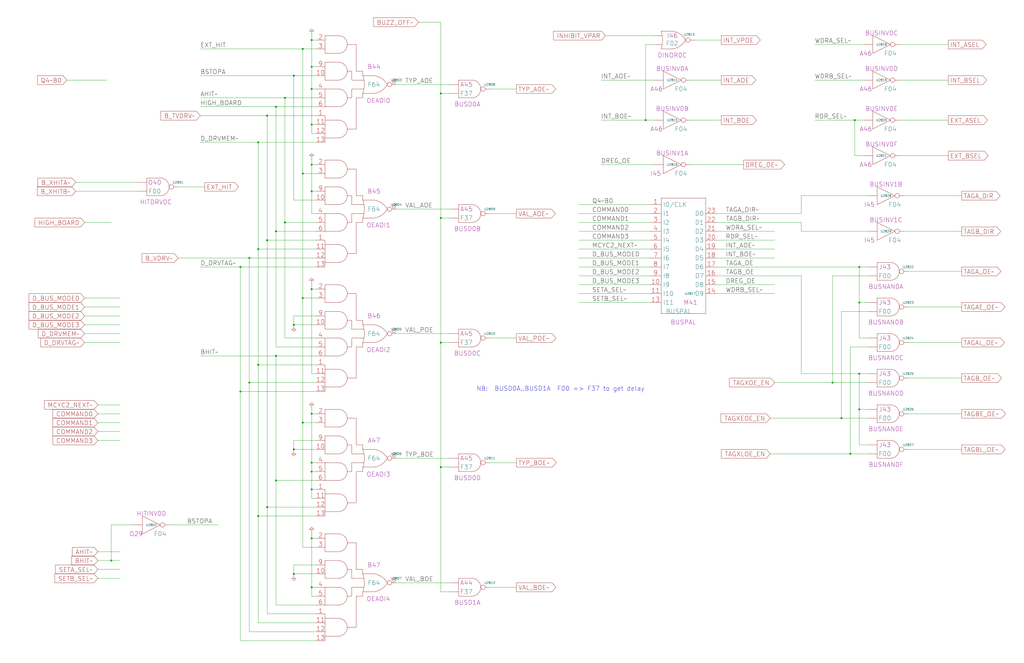
<source format=kicad_sch>
(kicad_sch (version 20250114) (generator "eeschema") (generator_version "9.0")
  (paper "User" 584.2 378.46)
  (title_block (title "BUS CONTROL") (date "08-MAR-90") (rev "0.0") (comment 1 "MEM32 BOARD") (comment 2 "232-003066") (comment 3 "S400") (comment 4 "RELEASED"))
  (lib_symbols
    (symbol "r1000:BUSPAL" (pin_names (offset 1.016))
      (property "Reference" "U" (at 2.54 5.08 0))
      (property "Value" "BUSPAL" (at -11.43 -5.08 0))
      (property "Location" "___" (at -1.27 0 0))
      (property "Name" "______" (at -1.27 -12.7 0))
      (symbol "BUSPAL_1_1"
        (rectangle (start -13.97 59.69) (end 11.43 -6.35))
        (pin input line (at -20.32 55.88 0) (length 6.35) (name "I0/CLK") (number "1"))
        (pin input line (at -20.32 50.8 0) (length 6.35) (name "I1") (number "2"))
        (pin input line (at -20.32 45.72 0) (length 6.35) (name "I2") (number "3"))
        (pin input line (at -20.32 40.64 0) (length 6.35) (name "I3") (number "4"))
        (pin input line (at -20.32 35.56 0) (length 6.35) (name "I4") (number "5"))
        (pin input line (at -20.32 30.48 0) (length 6.35) (name "I5") (number "6"))
        (pin input line (at -20.32 25.4 0) (length 6.35) (name "I6") (number "7"))
        (pin input line (at -20.32 20.32 0) (length 6.35) (name "I7") (number "8"))
        (pin input line (at -20.32 15.24 0) (length 6.35) (name "I8") (number "9"))
        (pin input line (at -20.32 10.16 0) (length 6.35) (name "I9") (number "10"))
        (pin input line (at -20.32 5.08 0) (length 6.35) (name "I10") (number "11"))
        (pin input line (at -20.32 0 0) (length 6.35) (name "I11") (number "13"))
        (pin output line (at 17.78 50.8 180) (length 6.35) (name "D0") (number "23"))
        (pin output line (at 17.78 45.72 180) (length 6.35) (name "D1") (number "22"))
        (pin output line (at 17.78 40.64 180) (length 6.35) (name "D2") (number "21"))
        (pin output line (at 17.78 35.56 180) (length 6.35) (name "D3") (number "20"))
        (pin output line (at 17.78 30.48 180) (length 6.35) (name "D4") (number "19"))
        (pin output line (at 17.78 25.4 180) (length 6.35) (name "D5") (number "18"))
        (pin output line (at 17.78 20.32 180) (length 6.35) (name "D6") (number "17"))
        (pin output line (at 17.78 15.24 180) (length 6.35) (name "D7") (number "16"))
        (pin output line (at 17.78 10.16 180) (length 6.35) (name "D8") (number "15"))
        (pin output line (at 17.78 5.08 180) (length 6.35) (name "D9") (number "14"))
      )
    )
    (symbol "r1000:F00" (pin_numbers (hide yes)) (pin_names (hide yes))
      (property "Reference" "U" (at 15.24 0 0))
      (property "Value" "F00" (at 1.905 -5.08 0))
      (property "Location" "___" (at 1.905 0 0))
      (property "Name" "______" (at 2.54 -12.7 0))
      (symbol "F00_0_1"
        (polyline (pts (xy -2.54 2.54) (xy -2.54 -7.62)) (stroke (width 0.1524)))
        (polyline (pts (xy -2.54 2.54) (xy 5.08 2.54)) (stroke (width 0.1524)))
        (polyline (pts (xy -2.54 -7.62) (xy 5.08 -7.62)) (stroke (width 0.1524)))
        (arc (start 5.08 2.54) (mid 10.1281 -2.54) (end 5.08 -7.62) (stroke (width 0.1524)))
        (circle (center 11.43 -2.54) (radius 1.27) (stroke (width 0.1524)))
      )
      (symbol "F00_0_2"
        (arc (start -3.175 2.54) (mid -2.134 -2.54) (end -3.175 -7.62) (stroke (width 0.1524)))
        (circle (center -3.81 0) (radius 1.27) (stroke (width 0.1524)))
        (circle (center -3.81 -5.08) (radius 1.27) (stroke (width 0.1524)))
        (polyline (pts (xy -3.175 2.54) (xy 3.81 2.54)) (stroke (width 0.1524)))
        (polyline (pts (xy -3.175 -7.62) (xy 3.81 -7.62)) (stroke (width 0.1524)))
        (arc (start 3.81 2.54) (mid 7.5828 0.7472) (end 10.16 -2.54) (stroke (width 0.1524)))
        (arc (start 10.16 -2.54) (mid 7.5855 -5.8306) (end 3.81 -7.62) (stroke (width 0.1524)))
      )
      (symbol "F00_1_1"
        (pin input line (at -7.62 0 0) (length 5.08) (name "D0") (number "1"))
        (pin input line (at -7.62 -5.08 0) (length 5.08) (name "D1") (number "2"))
        (pin output line (at 15.24 -2.54 180) (length 2.54) (name "Q") (number "3"))
      )
      (symbol "F00_1_2"
        (pin input line (at -7.62 0 0) (length 2.54) (name "D0") (number "1"))
        (pin input line (at -7.62 -5.08 0) (length 2.54) (name "D1") (number "2"))
        (pin output line (at 15.24 -2.54 180) (length 5.08) (name "Q") (number "3"))
      )
    )
    (symbol "r1000:F02" (pin_numbers (hide yes)) (pin_names (hide yes))
      (property "Reference" "U" (at 12.16 0.635 0))
      (property "Value" "F02" (at -1.27 -4.445 0))
      (property "Location" "___" (at 2.54 0 0))
      (property "Name" "______" (at 2.54 -12.7 0))
      (symbol "F02_0_1"
        (arc (start -3.81 2.54) (mid -2.9847 -2.54) (end -3.81 -7.62) (stroke (width 0.1524)))
        (polyline (pts (xy -5.08 0) (xy -3.175 0)) (stroke (width 0.1524)))
        (polyline (pts (xy -5.08 -5.08) (xy -3.175 -5.08)) (stroke (width 0.1524)))
        (polyline (pts (xy -3.81 2.54) (xy 2.54 2.54)) (stroke (width 0.1524)))
        (polyline (pts (xy -3.81 -7.62) (xy 2.54 -7.62)) (stroke (width 0.1524)))
        (arc (start 2.54 2.54) (mid 6.9477 0.8966) (end 10.16 -2.54) (stroke (width 0.1524)))
        (arc (start 10.16 -2.54) (mid 6.9515 -5.9823) (end 2.54 -7.62) (stroke (width 0.1524)))
        (circle (center 11.43 -2.54) (radius 1.27) (stroke (width 0.1524)))
        (polyline (pts (xy 13.97 -2.54) (xy 12.7 -2.54)) (stroke (width 0.1524)))
      )
      (symbol "F02_0_2"
        (circle (center -3.81 0) (radius 1.27) (stroke (width 0.1524)))
        (circle (center -3.81 -5.08) (radius 1.27) (stroke (width 0.1524)))
        (polyline (pts (xy -2.54 2.54) (xy -2.54 -7.62)) (stroke (width 0.1524)))
        (polyline (pts (xy -2.54 2.54) (xy 5.08 2.54)) (stroke (width 0.1524)))
        (polyline (pts (xy -2.54 -7.62) (xy 5.08 -7.62)) (stroke (width 0.1524)))
        (arc (start 5.08 2.54) (mid 10.1281 -2.54) (end 5.08 -7.62) (stroke (width 0.1524)))
        (polyline (pts (xy 11.43 -2.54) (xy 10.16 -2.54)) (stroke (width 0.1524)))
        (polyline (pts (xy 11.43 -2.54) (xy 12.7 -2.54)) (stroke (width 0.1524)))
      )
      (symbol "F02_1_1"
        (pin input line (at -7.62 0 0) (length 2.54) (name "D0") (number "1"))
        (pin input line (at -7.62 -5.08 0) (length 2.54) (name "D1") (number "2"))
        (pin output line (at 15.24 -2.54 180) (length 1.27) (name "Q") (number "3"))
      )
      (symbol "F02_1_2"
        (pin input line (at -7.62 0 0) (length 2.54) (name "D0") (number "1"))
        (pin input line (at -7.62 -5.08 0) (length 2.54) (name "D1") (number "2"))
        (pin output line (at 15.24 -2.54 180) (length 2.54) (name "Q") (number "3"))
      )
    )
    (symbol "r1000:F04" (pin_numbers (hide yes)) (pin_names (hide yes))
      (property "Reference" "U" (at 0 0 0))
      (property "Value" "F04" (at 1.27 -5.08 0))
      (property "Location" "___" (at -12.7 -5.08 0))
      (property "Name" "______" (at 0 5.08 0))
      (symbol "F04_0_1"
        (polyline (pts (xy -7.62 0) (xy -5.08 0)) (stroke (width 0.1524)))
        (polyline (pts (xy -5.08 5.08) (xy -5.08 -5.08)) (stroke (width 0.1524)))
        (polyline (pts (xy 5.08 0) (xy -5.08 5.08)) (stroke (width 0.1524)))
        (polyline (pts (xy 5.08 0) (xy -5.08 -5.08)) (stroke (width 0.1524)))
        (circle (center 6.35 0) (radius 1.27) (stroke (width 0.1524)))
      )
      (symbol "F04_1_1"
        (pin input line (at -10.16 0 0) (length 2.54) (name "D0") (number "1"))
        (pin output line (at 10.16 0 180) (length 2.54) (name "Q") (number "2"))
      )
    )
    (symbol "r1000:F37" (pin_numbers (hide yes)) (pin_names (offset 0) (hide yes))
      (property "Reference" "U" (at 15.24 0 0))
      (property "Value" "F37" (at 1.905 -5.08 0))
      (property "Location" "___" (at 1.905 0 0))
      (property "Name" "______" (at 2.54 -12.7 0))
      (symbol "F37_0_1"
        (polyline (pts (xy -2.54 2.54) (xy -2.54 -7.62)) (stroke (width 0.1524)))
        (polyline (pts (xy -2.54 2.54) (xy 5.08 2.54)) (stroke (width 0.1524)))
        (polyline (pts (xy -2.54 -7.62) (xy 5.08 -7.62)) (stroke (width 0.1524)))
        (arc (start 5.08 2.54) (mid 10.1281 -2.54) (end 5.08 -7.62) (stroke (width 0.1524)))
        (circle (center 11.43 -2.54) (radius 1.27) (stroke (width 0.1524)))
      )
      (symbol "F37_0_2"
        (arc (start -3.175 2.54) (mid -2.134 -2.54) (end -3.175 -7.62) (stroke (width 0.1524)))
        (circle (center -3.81 0) (radius 1.27) (stroke (width 0.1524)))
        (circle (center -3.81 -5.08) (radius 1.27) (stroke (width 0.1524)))
        (polyline (pts (xy -3.175 2.54) (xy 3.81 2.54)) (stroke (width 0.1524)))
        (polyline (pts (xy -3.175 -7.62) (xy 3.81 -7.62)) (stroke (width 0.1524)))
        (arc (start 3.81 2.54) (mid 7.5828 0.7472) (end 10.16 -2.54) (stroke (width 0.1524)))
        (arc (start 10.16 -2.54) (mid 7.5855 -5.8306) (end 3.81 -7.62) (stroke (width 0.1524)))
      )
      (symbol "F37_1_1"
        (pin input line (at -7.62 0 0) (length 5.08) (name "D0") (number "1"))
        (pin input line (at -7.62 -5.08 0) (length 5.08) (name "D1") (number "2"))
        (pin output line (at 15.24 -2.54 180) (length 2.54) (name "Q") (number "3"))
      )
      (symbol "F37_1_2"
        (pin input line (at -7.62 0 0) (length 2.54) (name "D0") (number "1"))
        (pin input line (at -7.62 -5.08 0) (length 2.54) (name "D1") (number "2"))
        (pin output line (at 15.24 -2.54 180) (length 5.08) (name "Q") (number "3"))
      )
    )
    (symbol "r1000:F64" (pin_names (hide yes))
      (property "Reference" "U" (at 15.24 2.54 0))
      (property "Value" "F64" (at 2.54 0 0))
      (property "Location" "___" (at 2.54 10.16 0))
      (property "Name" "______" (at 5.08 -10.62 0))
      (symbol "F64_0_0"
        (polyline (pts (xy -25.4 27.94) (xy -17.78 27.94)) (stroke (width 0.1524)))
        (polyline (pts (xy -25.4 17.78) (xy -17.78 17.78)) (stroke (width 0.1524)))
        (polyline (pts (xy -25.4 12.7) (xy -17.78 12.7)) (stroke (width 0.1524)))
        (polyline (pts (xy -25.4 2.54) (xy -17.78 2.54)) (stroke (width 0.1524)))
        (polyline (pts (xy -25.4 -2.54) (xy -17.78 -2.54)) (stroke (width 0.1524)))
        (polyline (pts (xy -25.4 -12.7) (xy -17.78 -12.7)) (stroke (width 0.1524)))
        (polyline (pts (xy -25.4 -20.32) (xy -17.78 -20.32)) (stroke (width 0.1524)))
        (polyline (pts (xy -25.4 -30.48) (xy -17.78 -30.48)) (stroke (width 0.1524)))
        (arc (start -3.8173 5.08) (mid -2.9926 0) (end -3.8173 -5.08) (stroke (width 0.1524)))
        (arc (start -17.78 27.94) (mid -14.1879 26.4521) (end -12.7 22.86) (stroke (width 0.1524)))
        (arc (start -12.7 22.86) (mid -14.1879 19.2679) (end -17.78 17.78) (stroke (width 0.1524)))
        (arc (start -17.78 12.7) (mid -14.1879 11.2121) (end -12.7 7.62) (stroke (width 0.1524)))
        (arc (start -12.7 7.62) (mid -14.1879 4.0279) (end -17.78 2.54) (stroke (width 0.1524)))
        (arc (start -17.78 -2.54) (mid -14.1879 -4.0279) (end -12.7 -7.62) (stroke (width 0.1524)))
        (arc (start -12.7 -7.62) (mid -14.1879 -11.2121) (end -17.78 -12.7) (stroke (width 0.1524)))
        (arc (start -17.78 -20.32) (mid -14.1879 -21.8079) (end -12.7 -25.4) (stroke (width 0.1524)))
        (arc (start -12.7 -25.4) (mid -14.1879 -28.9921) (end -17.78 -30.48) (stroke (width 0.1524)))
        (polyline (pts (xy -3.81 5.08) (xy 2.54 5.08)) (stroke (width 0.1524)))
        (polyline (pts (xy -3.81 -5.08) (xy 2.54 -5.08)) (stroke (width 0.1524)))
        (arc (start 10.16 0) (mid 6.9504 -3.4407) (end 2.54 -5.08) (stroke (width 0.1524)))
        (arc (start 2.54 5.08) (mid 6.9516 3.4424) (end 10.16 0) (stroke (width 0.1524)))
        (circle (center 11.43 0) (radius 1.27) (stroke (width 0.1524)))
      )
      (symbol "F64_0_1"
        (polyline (pts (xy -25.4 27.94) (xy -25.4 17.78)) (stroke (width 0.1524)))
        (polyline (pts (xy -25.4 12.7) (xy -25.4 2.54)) (stroke (width 0.1524)))
        (polyline (pts (xy -25.4 -2.54) (xy -25.4 -12.7)) (stroke (width 0.1524)))
        (polyline (pts (xy -25.4 -17.78) (xy -25.4 -20.32)) (stroke (width 0.1524)))
        (polyline (pts (xy -25.4 -20.32) (xy -25.4 -30.48)) (stroke (width 0.1524)))
        (polyline (pts (xy -25.4 -33.02) (xy -25.4 -30.48)) (stroke (width 0.1524)))
        (polyline (pts (xy -12.7 7.62) (xy -10.16 7.62) (xy -10.16 2.54) (xy -5.08 2.54)) (stroke (width 0.1524)))
        (polyline (pts (xy -12.7 -7.62) (xy -12.7 -7.62)) (stroke (width 0.1524)))
        (polyline (pts (xy -12.7 -7.62) (xy -10.16 -7.62) (xy -10.16 -2.54) (xy -5.08 -2.54)) (stroke (width 0.1524)))
        (polyline (pts (xy -5.08 2.54) (xy -3.175 2.54)) (stroke (width 0.1524)))
        (polyline (pts (xy -5.08 -2.54) (xy -3.175 -2.54)) (stroke (width 0.1524)))
        (polyline (pts (xy -3.81 5.08) (xy -3.81 7.62) (xy -7.62 7.62) (xy -7.62 22.86) (xy -12.7 22.86)) (stroke (width 0.1524)))
        (polyline (pts (xy -3.81 -5.08) (xy -3.81 -7.62) (xy -7.62 -7.62) (xy -7.62 -25.4) (xy -12.7 -25.4)) (stroke (width 0.1524)))
      )
      (symbol "F64_1_1"
        (pin input line (at -30.48 25.4 0) (length 5.08) (name "A0") (number "2"))
        (pin input line (at -30.48 20.32 0) (length 5.08) (name "A1") (number "3"))
        (pin input line (at -30.48 10.16 0) (length 5.08) (name "B0") (number "9"))
        (pin input line (at -30.48 5.08 0) (length 5.08) (name "B1") (number "10"))
        (pin input line (at -30.48 -2.54 0) (length 5.08) (name "C0") (number "4"))
        (pin input line (at -30.48 -7.62 0) (length 5.08) (name "C1") (number "5"))
        (pin input line (at -30.48 -12.7 0) (length 5.08) (name "C2") (number "6"))
        (pin input line (at -30.48 -17.78 0) (length 5.08) (name "D0") (number "1"))
        (pin input line (at -30.48 -22.86 0) (length 5.08) (name "D1") (number "11"))
        (pin input line (at -30.48 -27.94 0) (length 5.08) (name "D2") (number "12"))
        (pin input line (at -30.48 -33.02 0) (length 5.08) (name "D3") (number "13"))
        (pin output line (at 15.24 0 180) (length 2.54) (name "Q") (number "8"))
      )
    )
    (symbol "r1000:PD" (power) (pin_numbers (hide yes)) (pin_names (hide yes)) (in_bom no)
      (symbol "PD_0_1"
        (polyline (pts (xy 0 -2.54) (xy 1.27 -2.54) (xy 0 -3.81) (xy -1.27 -2.54) (xy 0 -2.54)) (stroke (width 0.1524)))
      )
      (symbol "PD_1_1"
        (pin power_in line (at 0 0 270) (length 2.54) (name "PD") (number "1"))
      )
    )
    (symbol "r1000:PU" (power) (pin_numbers (hide yes)) (pin_names (hide yes))
      (symbol "PU_0_1"
        (polyline (pts (xy 0 2.54) (xy -1.27 2.54) (xy 0 3.81) (xy 1.27 2.54) (xy 0 2.54)) (stroke (width 0.1524)))
      )
      (symbol "PU_1_1"
        (pin power_in line (at 0 0 90) (length 2.54) (name "PU") (number "1"))
      )
    )
  )
  (text "NB:  BUSD0A..BUSD1A  F00 => F37 to get delay" (at 271.78 223.52 0) (effects (font (size 2.54 2.54)) (justify left bottom)))
  (junction (at 474.98 218.44))
  (junction (at 142.24 147.32))
  (junction (at 142.24 218.44))
  (junction (at 167.64 185.42))
  (junction (at 490.22 213.36))
  (junction (at 177.8 71.12))
  (junction (at 490.22 152.4))
  (junction (at 152.4 66.04))
  (junction (at 167.64 327.66))
  (junction (at 147.32 208.28))
  (junction (at 485.14 259.08))
  (junction (at 177.8 269.24))
  (junction (at 177.8 38.1))
  (junction (at 167.64 256.54))
  (junction (at 251.46 195.58))
  (junction (at 152.4 137.16))
  (junction (at 177.8 165.1))
  (junction (at 147.32 294.64))
  (junction (at 172.72 27.94))
  (junction (at 162.56 127))
  (junction (at 177.8 109.22))
  (junction (at 147.32 81.28))
  (junction (at 147.32 142.24))
  (junction (at 490.22 172.72))
  (junction (at 167.64 43.18))
  (junction (at 137.16 223.52))
  (junction (at 172.72 170.18))
  (junction (at 157.48 60.96))
  (junction (at 177.8 279.4))
  (junction (at 480.06 238.76))
  (junction (at 152.4 289.56))
  (junction (at 177.8 236.22))
  (junction (at 251.46 124.46))
  (junction (at 251.46 266.7))
  (junction (at 172.72 99.06))
  (junction (at 177.8 264.16))
  (junction (at 177.8 22.86))
  (junction (at 177.8 335.28))
  (junction (at 157.48 274.32))
  (junction (at 63.5 320.04))
  (junction (at 177.8 307.34))
  (junction (at 368.3 68.58))
  (junction (at 177.8 93.98))
  (junction (at 177.8 50.8))
  (junction (at 490.22 233.68))
  (junction (at 137.16 152.4))
  (junction (at 487.68 68.58))
  (junction (at 157.48 203.2))
  (junction (at 251.46 53.34))
  (junction (at 162.56 55.88))
  (junction (at 157.48 132.08))
  (junction (at 172.72 241.3))
  (wire (pts (xy 408.94 132.08) (xy 441.96 132.08)))
  (wire (pts (xy 513.08 25.4) (xy 541.02 25.4)))
  (wire (pts (xy 172.72 312.42) (xy 172.72 241.3)))
  (wire (pts (xy 162.56 193.04) (xy 162.56 127)))
  (wire (pts (xy 330.2 132.08) (xy 370.84 132.08)))
  (wire (pts (xy 518.16 195.58) (xy 548.64 195.58)))
  (wire (pts (xy 439.42 238.76) (xy 480.06 238.76)))
  (wire (pts (xy 114.3 27.94) (xy 172.72 27.94)))
  (wire (pts (xy 147.32 208.28) (xy 147.32 142.24)))
  (wire (pts (xy 177.8 22.86) (xy 177.8 20.32)))
  (wire (pts (xy 474.98 218.44) (xy 474.98 157.48)))
  (wire (pts (xy 408.94 127) (xy 457.2 127)))
  (wire (pts (xy 513.08 68.58) (xy 541.02 68.58)))
  (wire (pts (xy 279.4 50.8) (xy 294.64 50.8)))
  (wire (pts (xy 474.98 157.48) (xy 495.3 157.48)))
  (wire (pts (xy 55.88 236.22) (xy 68.58 236.22)))
  (wire (pts (xy 55.88 320.04) (xy 63.5 320.04)))
  (wire (pts (xy 180.34 198.12) (xy 157.48 198.12)))
  (wire (pts (xy 167.64 256.54) (xy 180.34 256.54)))
  (wire (pts (xy 63.5 320.04) (xy 63.5 299.72)))
  (wire (pts (xy 157.48 274.32) (xy 157.48 203.2)))
  (wire (pts (xy 180.34 127) (xy 162.56 127)))
  (wire (pts (xy 518.16 215.9) (xy 548.64 215.9)))
  (wire (pts (xy 330.2 121.92) (xy 370.84 121.92)))
  (wire (pts (xy 167.64 322.58) (xy 167.64 327.66)))
  (wire (pts (xy 177.8 50.8) (xy 177.8 71.12)))
  (wire (pts (xy 147.32 294.64) (xy 147.32 208.28)))
  (wire (pts (xy 147.32 81.28) (xy 180.34 81.28)))
  (wire (pts (xy 177.8 165.1) (xy 177.8 213.36)))
  (wire (pts (xy 172.72 99.06) (xy 172.72 27.94)))
  (wire (pts (xy 485.14 198.12) (xy 495.3 198.12)))
  (wire (pts (xy 167.64 43.18) (xy 180.34 43.18)))
  (wire (pts (xy 180.34 322.58) (xy 167.64 322.58)))
  (wire (pts (xy 490.22 193.04) (xy 490.22 172.72)))
  (wire (pts (xy 48.26 127) (xy 63.5 127)))
  (wire (pts (xy 63.5 320.04) (xy 68.58 320.04)))
  (wire (pts (xy 408.94 137.16) (xy 441.96 137.16)))
  (wire (pts (xy 180.34 350.52) (xy 152.4 350.52)))
  (wire (pts (xy 172.72 241.3) (xy 172.72 170.18)))
  (wire (pts (xy 43.18 104.14) (xy 78.74 104.14)))
  (wire (pts (xy 251.46 124.46) (xy 256.54 124.46)))
  (wire (pts (xy 518.16 154.94) (xy 548.64 154.94)))
  (wire (pts (xy 330.2 127) (xy 370.84 127)))
  (wire (pts (xy 177.8 307.34) (xy 177.8 304.8)))
  (wire (pts (xy 152.4 289.56) (xy 152.4 350.52)))
  (wire (pts (xy 177.8 335.28) (xy 177.8 340.36)))
  (wire (pts (xy 114.3 60.96) (xy 157.48 60.96)))
  (wire (pts (xy 114.3 43.18) (xy 167.64 43.18)))
  (wire (pts (xy 393.7 93.98) (xy 424.18 93.98)))
  (wire (pts (xy 48.26 175.26) (xy 68.58 175.26)))
  (wire (pts (xy 480.06 177.8) (xy 495.3 177.8)))
  (wire (pts (xy 251.46 195.58) (xy 256.54 195.58)))
  (wire (pts (xy 152.4 137.16) (xy 152.4 66.04)))
  (wire (pts (xy 167.64 180.34) (xy 167.64 185.42)))
  (wire (pts (xy 114.3 152.4) (xy 137.16 152.4)))
  (wire (pts (xy 180.34 121.92) (xy 177.8 121.92)))
  (wire (pts (xy 368.3 68.58) (xy 373.38 68.58)))
  (wire (pts (xy 368.3 68.58) (xy 368.3 25.4)))
  (wire (pts (xy 137.16 223.52) (xy 137.16 152.4)))
  (wire (pts (xy 137.16 223.52) (xy 180.34 223.52)))
  (wire (pts (xy 177.8 213.36) (xy 180.34 213.36)))
  (wire (pts (xy 457.2 132.08) (xy 495.3 132.08)))
  (wire (pts (xy 490.22 172.72) (xy 490.22 152.4)))
  (wire (pts (xy 180.34 99.06) (xy 172.72 99.06)))
  (wire (pts (xy 167.64 327.66) (xy 180.34 327.66)))
  (wire (pts (xy 251.46 266.7) (xy 251.46 337.82)))
  (wire (pts (xy 279.4 335.28) (xy 294.64 335.28)))
  (wire (pts (xy 180.34 137.16) (xy 152.4 137.16)))
  (wire (pts (xy 408.94 162.56) (xy 441.96 162.56)))
  (wire (pts (xy 490.22 213.36) (xy 495.3 213.36)))
  (wire (pts (xy 515.62 132.08) (xy 548.64 132.08)))
  (wire (pts (xy 251.46 53.34) (xy 256.54 53.34)))
  (wire (pts (xy 177.8 264.16) (xy 177.8 269.24)))
  (wire (pts (xy 180.34 165.1) (xy 177.8 165.1)))
  (wire (pts (xy 490.22 233.68) (xy 495.3 233.68)))
  (wire (pts (xy 172.72 27.94) (xy 180.34 27.94)))
  (wire (pts (xy 330.2 157.48) (xy 370.84 157.48)))
  (wire (pts (xy 330.2 172.72) (xy 370.84 172.72)))
  (wire (pts (xy 330.2 152.4) (xy 370.84 152.4)))
  (wire (pts (xy 63.5 299.72) (xy 76.2 299.72)))
  (wire (pts (xy 180.34 132.08) (xy 157.48 132.08)))
  (wire (pts (xy 48.26 185.42) (xy 68.58 185.42)))
  (wire (pts (xy 480.06 238.76) (xy 480.06 177.8)))
  (wire (pts (xy 147.32 355.6) (xy 147.32 294.64)))
  (wire (pts (xy 157.48 198.12) (xy 157.48 132.08)))
  (wire (pts (xy 480.06 238.76) (xy 495.3 238.76)))
  (wire (pts (xy 330.2 167.64) (xy 370.84 167.64)))
  (wire (pts (xy 330.2 137.16) (xy 370.84 137.16)))
  (wire (pts (xy 342.9 45.72) (xy 373.38 45.72)))
  (wire (pts (xy 177.8 269.24) (xy 180.34 269.24)))
  (wire (pts (xy 330.2 162.56) (xy 370.84 162.56)))
  (wire (pts (xy 180.34 345.44) (xy 157.48 345.44)))
  (wire (pts (xy 157.48 274.32) (xy 180.34 274.32)))
  (wire (pts (xy 330.2 116.84) (xy 370.84 116.84)))
  (wire (pts (xy 177.8 93.98) (xy 177.8 109.22)))
  (wire (pts (xy 180.34 340.36) (xy 177.8 340.36)))
  (wire (pts (xy 48.26 195.58) (xy 68.58 195.58)))
  (wire (pts (xy 142.24 147.32) (xy 180.34 147.32)))
  (wire (pts (xy 180.34 218.44) (xy 142.24 218.44)))
  (wire (pts (xy 180.34 236.22) (xy 177.8 236.22)))
  (wire (pts (xy 162.56 55.88) (xy 180.34 55.88)))
  (wire (pts (xy 177.8 307.34) (xy 177.8 335.28)))
  (wire (pts (xy 48.26 190.5) (xy 68.58 190.5)))
  (wire (pts (xy 177.8 109.22) (xy 177.8 121.92)))
  (wire (pts (xy 279.4 264.16) (xy 294.64 264.16)))
  (wire (pts (xy 515.62 111.76) (xy 548.64 111.76)))
  (wire (pts (xy 490.22 152.4) (xy 495.3 152.4)))
  (wire (pts (xy 177.8 165.1) (xy 177.8 162.56)))
  (wire (pts (xy 342.9 93.98) (xy 373.38 93.98)))
  (wire (pts (xy 393.7 68.58) (xy 411.48 68.58)))
  (wire (pts (xy 180.34 312.42) (xy 172.72 312.42)))
  (wire (pts (xy 142.24 218.44) (xy 142.24 360.68)))
  (wire (pts (xy 180.34 76.2) (xy 177.8 76.2)))
  (wire (pts (xy 457.2 127) (xy 457.2 132.08)))
  (wire (pts (xy 101.6 147.32) (xy 142.24 147.32)))
  (wire (pts (xy 147.32 142.24) (xy 147.32 81.28)))
  (wire (pts (xy 490.22 233.68) (xy 490.22 213.36)))
  (wire (pts (xy 177.8 236.22) (xy 177.8 233.68)))
  (wire (pts (xy 180.34 50.8) (xy 177.8 50.8)))
  (wire (pts (xy 251.46 12.7) (xy 251.46 53.34)))
  (wire (pts (xy 114.3 66.04) (xy 152.4 66.04)))
  (wire (pts (xy 180.34 360.68) (xy 142.24 360.68)))
  (wire (pts (xy 180.34 251.46) (xy 167.64 251.46)))
  (wire (pts (xy 152.4 66.04) (xy 180.34 66.04)))
  (wire (pts (xy 180.34 193.04) (xy 162.56 193.04)))
  (wire (pts (xy 485.14 259.08) (xy 495.3 259.08)))
  (wire (pts (xy 55.88 246.38) (xy 68.58 246.38)))
  (wire (pts (xy 167.64 114.3) (xy 167.64 43.18)))
  (wire (pts (xy 457.2 157.48) (xy 457.2 213.36)))
  (wire (pts (xy 396.24 22.86) (xy 411.48 22.86)))
  (wire (pts (xy 513.08 45.72) (xy 541.02 45.72)))
  (wire (pts (xy 513.08 88.9) (xy 541.02 88.9)))
  (wire (pts (xy 457.2 213.36) (xy 490.22 213.36)))
  (wire (pts (xy 48.26 170.18) (xy 68.58 170.18)))
  (wire (pts (xy 147.32 208.28) (xy 180.34 208.28)))
  (wire (pts (xy 251.46 337.82) (xy 256.54 337.82)))
  (wire (pts (xy 172.72 170.18) (xy 180.34 170.18)))
  (wire (pts (xy 518.16 175.26) (xy 548.64 175.26)))
  (wire (pts (xy 408.94 157.48) (xy 457.2 157.48)))
  (wire (pts (xy 408.94 152.4) (xy 490.22 152.4)))
  (wire (pts (xy 172.72 170.18) (xy 172.72 99.06)))
  (wire (pts (xy 137.16 365.76) (xy 137.16 223.52)))
  (wire (pts (xy 393.7 45.72) (xy 411.48 45.72)))
  (wire (pts (xy 408.94 147.32) (xy 441.96 147.32)))
  (wire (pts (xy 180.34 365.76) (xy 137.16 365.76)))
  (wire (pts (xy 180.34 114.3) (xy 167.64 114.3)))
  (wire (pts (xy 157.48 345.44) (xy 157.48 274.32)))
  (wire (pts (xy 180.34 109.22) (xy 177.8 109.22)))
  (wire (pts (xy 55.88 231.14) (xy 68.58 231.14)))
  (wire (pts (xy 464.82 68.58) (xy 487.68 68.58)))
  (wire (pts (xy 408.94 121.92) (xy 457.2 121.92)))
  (wire (pts (xy 177.8 71.12) (xy 177.8 76.2)))
  (wire (pts (xy 157.48 203.2) (xy 180.34 203.2)))
  (wire (pts (xy 147.32 294.64) (xy 180.34 294.64)))
  (wire (pts (xy 490.22 254) (xy 490.22 233.68)))
  (wire (pts (xy 180.34 307.34) (xy 177.8 307.34)))
  (wire (pts (xy 518.16 256.54) (xy 548.64 256.54)))
  (wire (pts (xy 342.9 68.58) (xy 368.3 68.58)))
  (wire (pts (xy 177.8 335.28) (xy 180.34 335.28)))
  (wire (pts (xy 487.68 88.9) (xy 487.68 68.58)))
  (wire (pts (xy 180.34 142.24) (xy 147.32 142.24)))
  (wire (pts (xy 464.82 45.72) (xy 492.76 45.72)))
  (wire (pts (xy 177.8 269.24) (xy 177.8 279.4)))
  (wire (pts (xy 251.46 53.34) (xy 251.46 124.46)))
  (wire (pts (xy 408.94 167.64) (xy 441.96 167.64)))
  (wire (pts (xy 180.34 38.1) (xy 177.8 38.1)))
  (wire (pts (xy 101.6 106.68) (xy 116.84 106.68)))
  (wire (pts (xy 279.4 121.92) (xy 294.64 121.92)))
  (wire (pts (xy 495.3 193.04) (xy 490.22 193.04)))
  (wire (pts (xy 137.16 152.4) (xy 180.34 152.4)))
  (wire (pts (xy 180.34 180.34) (xy 167.64 180.34)))
  (wire (pts (xy 114.3 81.28) (xy 147.32 81.28)))
  (wire (pts (xy 167.64 251.46) (xy 167.64 256.54)))
  (wire (pts (xy 226.06 48.26) (xy 256.54 48.26)))
  (wire (pts (xy 490.22 172.72) (xy 495.3 172.72)))
  (wire (pts (xy 441.96 218.44) (xy 474.98 218.44)))
  (wire (pts (xy 55.88 330.2) (xy 68.58 330.2)))
  (wire (pts (xy 177.8 284.48) (xy 180.34 284.48)))
  (wire (pts (xy 38.1 45.72) (xy 60.96 45.72)))
  (wire (pts (xy 251.46 266.7) (xy 256.54 266.7)))
  (wire (pts (xy 55.88 325.12) (xy 68.58 325.12)))
  (wire (pts (xy 55.88 251.46) (xy 68.58 251.46)))
  (wire (pts (xy 180.34 264.16) (xy 177.8 264.16)))
  (wire (pts (xy 167.64 185.42) (xy 180.34 185.42)))
  (wire (pts (xy 142.24 147.32) (xy 142.24 218.44)))
  (wire (pts (xy 408.94 142.24) (xy 441.96 142.24)))
  (wire (pts (xy 180.34 22.86) (xy 177.8 22.86)))
  (wire (pts (xy 439.42 259.08) (xy 485.14 259.08)))
  (wire (pts (xy 180.34 93.98) (xy 177.8 93.98)))
  (wire (pts (xy 162.56 127) (xy 162.56 55.88)))
  (wire (pts (xy 330.2 142.24) (xy 370.84 142.24)))
  (wire (pts (xy 177.8 279.4) (xy 177.8 284.48)))
  (wire (pts (xy 368.3 25.4) (xy 373.38 25.4)))
  (wire (pts (xy 177.8 93.98) (xy 177.8 91.44)))
  (wire (pts (xy 157.48 60.96) (xy 180.34 60.96)))
  (wire (pts (xy 518.16 236.22) (xy 548.64 236.22)))
  (wire (pts (xy 485.14 259.08) (xy 485.14 198.12)))
  (wire (pts (xy 279.4 193.04) (xy 294.64 193.04)))
  (wire (pts (xy 457.2 121.92) (xy 457.2 111.76)))
  (wire (pts (xy 345.44 20.32) (xy 373.38 20.32)))
  (wire (pts (xy 180.34 355.6) (xy 147.32 355.6)))
  (wire (pts (xy 96.52 299.72) (xy 124.46 299.72)))
  (wire (pts (xy 251.46 124.46) (xy 251.46 195.58)))
  (wire (pts (xy 330.2 147.32) (xy 370.84 147.32)))
  (wire (pts (xy 177.8 71.12) (xy 180.34 71.12)))
  (wire (pts (xy 226.06 119.38) (xy 256.54 119.38)))
  (wire (pts (xy 172.72 241.3) (xy 180.34 241.3)))
  (wire (pts (xy 43.18 109.22) (xy 78.74 109.22)))
  (wire (pts (xy 238.76 12.7) (xy 251.46 12.7)))
  (wire (pts (xy 226.06 332.74) (xy 256.54 332.74)))
  (wire (pts (xy 55.88 314.96) (xy 68.58 314.96)))
  (wire (pts (xy 152.4 137.16) (xy 152.4 289.56)))
  (wire (pts (xy 177.8 236.22) (xy 177.8 264.16)))
  (wire (pts (xy 492.76 88.9) (xy 487.68 88.9)))
  (wire (pts (xy 251.46 195.58) (xy 251.46 266.7)))
  (wire (pts (xy 474.98 218.44) (xy 495.3 218.44)))
  (wire (pts (xy 226.06 190.5) (xy 256.54 190.5)))
  (wire (pts (xy 495.3 254) (xy 490.22 254)))
  (wire (pts (xy 177.8 38.1) (xy 177.8 50.8)))
  (wire (pts (xy 157.48 132.08) (xy 157.48 60.96)))
  (wire (pts (xy 177.8 22.86) (xy 177.8 38.1)))
  (wire (pts (xy 464.82 25.4) (xy 492.76 25.4)))
  (wire (pts (xy 487.68 68.58) (xy 492.76 68.58)))
  (wire (pts (xy 55.88 241.3) (xy 68.58 241.3)))
  (wire (pts (xy 152.4 289.56) (xy 180.34 289.56)))
  (wire (pts (xy 226.06 261.62) (xy 256.54 261.62)))
  (wire (pts (xy 114.3 55.88) (xy 162.56 55.88)))
  (wire (pts (xy 457.2 111.76) (xy 495.3 111.76)))
  (wire (pts (xy 48.26 180.34) (xy 68.58 180.34)))
  (wire (pts (xy 177.8 279.4) (xy 180.34 279.4)))
  (wire (pts (xy 114.3 203.2) (xy 157.48 203.2)))
  (label "SETB_SEL~" (at 337.82 172.72 0) (effects (font (size 2.54 2.54))))
  (label "D_BUS_MODE2" (at 337.82 157.48 0) (effects (font (size 2.54 2.54))))
  (label "D_BUS_MODE3" (at 337.82 162.56 0) (effects (font (size 2.54 2.54))))
  (label "COMMAND0" (at 337.82 121.92 0) (effects (font (size 2.54 2.54))))
  (label "AHIT~" (at 114.3 55.88 0) (effects (font (size 2.54 2.54))))
  (label "INT_AOE~" (at 342.9 45.72 0) (effects (font (size 2.54 2.54))))
  (label "DREG_OE" (at 414.02 162.56 0) (effects (font (size 2.54 2.54))))
  (label "BSTOPA" (at 106.68 299.72 0) (effects (font (size 2.54 2.54))))
  (label "EXT_HIT" (at 114.3 27.94 0) (effects (font (size 2.54 2.54))))
  (label "VAL_AOE" (at 231.14 119.38 0) (effects (font (size 2.54 2.54))))
  (label "WDRA_SEL~" (at 464.82 25.4 0) (effects (font (size 2.54 2.54))))
  (label "BHIT~" (at 114.3 203.2 0) (effects (font (size 2.54 2.54))))
  (label "RDR_SEL~" (at 464.82 68.58 0) (effects (font (size 2.54 2.54))))
  (label "D_BUS_MODE1" (at 337.82 152.4 0) (effects (font (size 2.54 2.54))))
  (label "COMMAND3" (at 337.82 137.16 0) (effects (font (size 2.54 2.54))))
  (label "INT_BOE~" (at 342.9 68.58 0) (effects (font (size 2.54 2.54))))
  (label "SETA_SEL~" (at 337.82 167.64 0) (effects (font (size 2.54 2.54))))
  (label "VAL_POE" (at 231.14 190.5 0) (effects (font (size 2.54 2.54))))
  (label "COMMAND1" (at 337.82 127 0) (effects (font (size 2.54 2.54))))
  (label "TYP_BOE" (at 231.14 261.62 0) (effects (font (size 2.54 2.54))))
  (label "Q4~B0" (at 337.82 116.84 0) (effects (font (size 2.54 2.54))))
  (label "VAL_BOE" (at 231.14 332.74 0) (effects (font (size 2.54 2.54))))
  (label "COMMAND2" (at 337.82 132.08 0) (effects (font (size 2.54 2.54))))
  (label "TAGB_OE" (at 414.02 157.48 0) (effects (font (size 2.54 2.54))))
  (label "TAGA_OE" (at 414.02 152.4 0) (effects (font (size 2.54 2.54))))
  (label "TYP_AOE" (at 231.14 48.26 0) (effects (font (size 2.54 2.54))))
  (label "TAGA_DIR~" (at 414.02 121.92 0) (effects (font (size 2.54 2.54))))
  (label "WDRA_SEL~" (at 414.02 132.08 0) (effects (font (size 2.54 2.54))))
  (label "MCYC2_NEXT~" (at 337.82 142.24 0) (effects (font (size 2.54 2.54))))
  (label "BSTOPA" (at 114.3 43.18 0) (effects (font (size 2.54 2.54))))
  (label "D_DRVTAG~" (at 114.3 152.4 0) (effects (font (size 2.54 2.54))))
  (label "DREG_OE" (at 342.9 93.98 0) (effects (font (size 2.54 2.54))))
  (label "INT_BOE~" (at 414.02 147.32 0) (effects (font (size 2.54 2.54))))
  (label "WDRB_SEL~" (at 414.02 167.64 0) (effects (font (size 2.54 2.54))))
  (label "INT_AOE~" (at 414.02 142.24 0) (effects (font (size 2.54 2.54))))
  (label "RDR_SEL~" (at 414.02 137.16 0) (effects (font (size 2.54 2.54))))
  (label "WDRB_SEL~" (at 464.82 45.72 0) (effects (font (size 2.54 2.54))))
  (label "HIGH_BOARD" (at 114.3 60.96 0) (effects (font (size 2.54 2.54))))
  (label "TAGB_DIR~" (at 414.02 127 0) (effects (font (size 2.54 2.54))))
  (label "D_DRVMEM~" (at 114.3 81.28 0) (effects (font (size 2.54 2.54))))
  (label "D_BUS_MODE0" (at 337.82 147.32 0) (effects (font (size 2.54 2.54))))
  (global_label "B_XHITA~" (shape input) (at 43.18 104.14 180) (effects (font (size 2.54 2.54))) (property "Intersheetrefs" "${INTERSHEET_REFS}" (at 21.6626 103.9813 0) (effects (font (size 1.905 1.905)) (justify right))))
  (global_label "INHIBIT_VPAR" (shape input) (at 345.44 20.32 180) (effects (font (size 2.54 2.54))) (property "Intersheetrefs" "${INTERSHEET_REFS}" (at 315.8188 20.1613 0) (effects (font (size 1.905 1.905)) (justify right))))
  (global_label "VAL_BOE~" (shape output) (at 294.64 335.28 0) (effects (font (size 2.54 2.54))) (property "Intersheetrefs" "${INTERSHEET_REFS}" (at 317.125 335.1213 0) (effects (font (size 1.905 1.905)) (justify left))))
  (global_label "TAGA_DIR" (shape output) (at 548.64 111.76 0) (effects (font (size 2.54 2.54))) (property "Intersheetrefs" "${INTERSHEET_REFS}" (at 570.5203 111.6013 0) (effects (font (size 1.905 1.905)) (justify left))))
  (global_label "TAGB_DIR" (shape output) (at 548.64 132.08 0) (effects (font (size 2.54 2.54))) (property "Intersheetrefs" "${INTERSHEET_REFS}" (at 570.8831 131.9213 0) (effects (font (size 1.905 1.905)) (justify left))))
  (global_label "TAGBE_OE~" (shape output) (at 548.64 236.22 0) (effects (font (size 2.54 2.54))) (property "Intersheetrefs" "${INTERSHEET_REFS}" (at 573.665 236.0613 0) (effects (font (size 1.905 1.905)) (justify left))))
  (global_label "TAGBL_OE~" (shape output) (at 548.64 256.54 0) (effects (font (size 2.54 2.54))) (property "Intersheetrefs" "${INTERSHEET_REFS}" (at 573.4231 256.3813 0) (effects (font (size 1.905 1.905)) (justify left))))
  (global_label "MCYC2_NEXT~" (shape input) (at 55.88 231.14 180) (effects (font (size 2.54 2.54))) (property "Intersheetrefs" "${INTERSHEET_REFS}" (at 25.4121 230.9813 0) (effects (font (size 1.905 1.905)) (justify right))))
  (global_label "D_BUS_MODE1" (shape input) (at 48.26 175.26 180) (effects (font (size 2.54 2.54))) (property "Intersheetrefs" "${INTERSHEET_REFS}" (at 16.5826 175.1013 0) (effects (font (size 1.905 1.905)) (justify right))))
  (global_label "EXT_HIT" (shape output) (at 116.84 106.68 0) (effects (font (size 2.54 2.54))) (property "Intersheetrefs" "${INTERSHEET_REFS}" (at 136.0593 106.5213 0) (effects (font (size 1.905 1.905)) (justify left))))
  (global_label "INT_BOE" (shape output) (at 411.48 68.58 0) (effects (font (size 2.54 2.54))) (property "Intersheetrefs" "${INTERSHEET_REFS}" (at 431.546 68.4213 0) (effects (font (size 1.905 1.905)) (justify left))))
  (global_label "VAL_POE~" (shape output) (at 294.64 193.04 0) (effects (font (size 2.54 2.54))) (property "Intersheetrefs" "${INTERSHEET_REFS}" (at 317.125 192.8813 0) (effects (font (size 1.905 1.905)) (justify left))))
  (global_label "BHIT~" (shape input) (at 55.88 320.04 180) (effects (font (size 2.54 2.54))) (property "Intersheetrefs" "${INTERSHEET_REFS}" (at 40.894 319.8813 0) (effects (font (size 1.905 1.905)) (justify right))))
  (global_label "EXT_BSEL" (shape output) (at 541.02 88.9 0) (effects (font (size 2.54 2.54))) (property "Intersheetrefs" "${INTERSHEET_REFS}" (at 563.747 88.7413 0) (effects (font (size 1.905 1.905)) (justify left))))
  (global_label "TAGAL_OE~" (shape output) (at 548.64 195.58 0) (effects (font (size 2.54 2.54))) (property "Intersheetrefs" "${INTERSHEET_REFS}" (at 573.0603 195.4213 0) (effects (font (size 1.905 1.905)) (justify left))))
  (global_label "B_TVDRV~" (shape input) (at 114.3 66.04 180) (effects (font (size 2.54 2.54))) (property "Intersheetrefs" "${INTERSHEET_REFS}" (at 91.815 65.8813 0) (effects (font (size 1.905 1.905)) (justify right))))
  (global_label "D_BUS_MODE0" (shape input) (at 48.26 170.18 180) (effects (font (size 2.54 2.54))) (property "Intersheetrefs" "${INTERSHEET_REFS}" (at 16.5826 170.0213 0) (effects (font (size 1.905 1.905)) (justify right))))
  (global_label "HIGH_BOARD" (shape input) (at 48.26 127 180) (effects (font (size 2.54 2.54))) (property "Intersheetrefs" "${INTERSHEET_REFS}" (at 19.9692 126.8413 0) (effects (font (size 1.905 1.905)) (justify right))))
  (global_label "TAGAE_OE~" (shape output) (at 548.64 175.26 0) (effects (font (size 2.54 2.54))) (property "Intersheetrefs" "${INTERSHEET_REFS}" (at 573.3022 175.1013 0) (effects (font (size 1.905 1.905)) (justify left))))
  (global_label "INT_AOE" (shape output) (at 411.48 45.72 0) (effects (font (size 2.54 2.54))) (property "Intersheetrefs" "${INTERSHEET_REFS}" (at 431.1831 45.5613 0) (effects (font (size 1.905 1.905)) (justify left))))
  (global_label "COMMAND3" (shape input) (at 55.88 251.46 180) (effects (font (size 2.54 2.54))) (property "Intersheetrefs" "${INTERSHEET_REFS}" (at 30.2502 251.3013 0) (effects (font (size 1.905 1.905)) (justify right))))
  (global_label "EXT_ASEL" (shape output) (at 541.02 68.58 0) (effects (font (size 2.54 2.54))) (property "Intersheetrefs" "${INTERSHEET_REFS}" (at 563.3841 68.4213 0) (effects (font (size 1.905 1.905)) (justify left))))
  (global_label "TAGXEOE_EN" (shape input) (at 439.42 238.76 180) (effects (font (size 2.54 2.54))) (property "Intersheetrefs" "${INTERSHEET_REFS}" (at 411.3711 238.6013 0) (effects (font (size 1.905 1.905)) (justify right))))
  (global_label "D_DRVMEM~" (shape input) (at 48.26 190.5 180) (effects (font (size 2.54 2.54))) (property "Intersheetrefs" "${INTERSHEET_REFS}" (at 21.7835 190.3413 0) (effects (font (size 1.905 1.905)) (justify right))))
  (global_label "TAGA_OE~" (shape output) (at 548.64 154.94 0) (effects (font (size 2.54 2.54))) (property "Intersheetrefs" "${INTERSHEET_REFS}" (at 571.0041 154.7813 0) (effects (font (size 1.905 1.905)) (justify left))))
  (global_label "COMMAND1" (shape input) (at 55.88 241.3 180) (effects (font (size 2.54 2.54))) (property "Intersheetrefs" "${INTERSHEET_REFS}" (at 30.2502 241.1413 0) (effects (font (size 1.905 1.905)) (justify right))))
  (global_label "DREG_OE~" (shape output) (at 424.18 93.98 0) (effects (font (size 2.54 2.54))) (property "Intersheetrefs" "${INTERSHEET_REFS}" (at 447.6327 93.8213 0) (effects (font (size 1.905 1.905)) (justify left))))
  (global_label "SETB_SEL~" (shape input) (at 55.88 330.2 180) (effects (font (size 2.54 2.54))) (property "Intersheetrefs" "${INTERSHEET_REFS}" (at 31.3388 330.0413 0) (effects (font (size 1.905 1.905)) (justify right))))
  (global_label "INT_ASEL" (shape output) (at 541.02 25.4 0) (effects (font (size 2.54 2.54))) (property "Intersheetrefs" "${INTERSHEET_REFS}" (at 562.5374 25.2413 0) (effects (font (size 1.905 1.905)) (justify left))))
  (global_label "TAGB_OE~" (shape output) (at 548.64 215.9 0) (effects (font (size 2.54 2.54))) (property "Intersheetrefs" "${INTERSHEET_REFS}" (at 571.367 215.7413 0) (effects (font (size 1.905 1.905)) (justify left))))
  (global_label "D_BUS_MODE2" (shape input) (at 48.26 180.34 180) (effects (font (size 2.54 2.54))) (property "Intersheetrefs" "${INTERSHEET_REFS}" (at 16.5826 180.1813 0) (effects (font (size 1.905 1.905)) (justify right))))
  (global_label "INT_BSEL" (shape output) (at 541.02 45.72 0) (effects (font (size 2.54 2.54))) (property "Intersheetrefs" "${INTERSHEET_REFS}" (at 562.9003 45.5613 0) (effects (font (size 1.905 1.905)) (justify left))))
  (global_label "COMMAND0" (shape input) (at 55.88 236.22 180) (effects (font (size 2.54 2.54))) (property "Intersheetrefs" "${INTERSHEET_REFS}" (at 30.2502 236.0613 0) (effects (font (size 1.905 1.905)) (justify right))))
  (global_label "COMMAND2" (shape input) (at 55.88 246.38 180) (effects (font (size 2.54 2.54))) (property "Intersheetrefs" "${INTERSHEET_REFS}" (at 30.2502 246.2213 0) (effects (font (size 1.905 1.905)) (justify right))))
  (global_label "D_DRVTAG~" (shape input) (at 48.26 195.58 180) (effects (font (size 2.54 2.54))) (property "Intersheetrefs" "${INTERSHEET_REFS}" (at 23.235 195.4213 0) (effects (font (size 1.905 1.905)) (justify right))))
  (global_label "TAGXLOE_EN" (shape input) (at 439.42 259.08 180) (effects (font (size 2.54 2.54))) (property "Intersheetrefs" "${INTERSHEET_REFS}" (at 411.613 258.9213 0) (effects (font (size 1.905 1.905)) (justify right))))
  (global_label "BUZZ_OFF~" (shape input) (at 238.76 12.7 180) (effects (font (size 2.54 2.54))) (property "Intersheetrefs" "${INTERSHEET_REFS}" (at 213.1302 12.5413 0) (effects (font (size 1.905 1.905)) (justify right))))
  (global_label "TAGXOE_EN" (shape input) (at 441.96 218.44 180) (effects (font (size 2.54 2.54))) (property "Intersheetrefs" "${INTERSHEET_REFS}" (at 416.2092 218.2813 0) (effects (font (size 1.905 1.905)) (justify right))))
  (global_label "Q4~B0" (shape input) (at 38.1 45.72 180) (effects (font (size 2.54 2.54))) (property "Intersheetrefs" "${INTERSHEET_REFS}" (at 21.4207 45.5613 0) (effects (font (size 1.905 1.905)) (justify right))))
  (global_label "B_XHITB~" (shape input) (at 43.18 109.22 180) (effects (font (size 2.54 2.54))) (property "Intersheetrefs" "${INTERSHEET_REFS}" (at 21.2997 109.0613 0) (effects (font (size 1.905 1.905)) (justify right))))
  (global_label "AHIT~" (shape input) (at 55.88 314.96 180) (effects (font (size 2.54 2.54))) (property "Intersheetrefs" "${INTERSHEET_REFS}" (at 41.2569 314.8013 0) (effects (font (size 1.905 1.905)) (justify right))))
  (global_label "SETA_SEL~" (shape input) (at 55.88 325.12 180) (effects (font (size 2.54 2.54))) (property "Intersheetrefs" "${INTERSHEET_REFS}" (at 31.7016 324.9613 0) (effects (font (size 1.905 1.905)) (justify right))))
  (global_label "D_BUS_MODE3" (shape input) (at 48.26 185.42 180) (effects (font (size 2.54 2.54))) (property "Intersheetrefs" "${INTERSHEET_REFS}" (at 16.5826 185.2613 0) (effects (font (size 1.905 1.905)) (justify right))))
  (global_label "TYP_AOE~" (shape output) (at 294.64 50.8 0) (effects (font (size 2.54 2.54))) (property "Intersheetrefs" "${INTERSHEET_REFS}" (at 317.0041 50.6413 0) (effects (font (size 1.905 1.905)) (justify left))))
  (global_label "B_VDRV~" (shape input) (at 101.6 147.32 180) (effects (font (size 2.54 2.54))) (property "Intersheetrefs" "${INTERSHEET_REFS}" (at 81.0502 147.1613 0) (effects (font (size 1.905 1.905)) (justify right))))
  (global_label "TYP_BOE~" (shape output) (at 294.64 264.16 0) (effects (font (size 2.54 2.54))) (property "Intersheetrefs" "${INTERSHEET_REFS}" (at 317.367 264.0013 0) (effects (font (size 1.905 1.905)) (justify left))))
  (global_label "VAL_AOE~" (shape output) (at 294.64 121.92 0) (effects (font (size 2.54 2.54))) (property "Intersheetrefs" "${INTERSHEET_REFS}" (at 316.7622 121.7613 0) (effects (font (size 1.905 1.905)) (justify left))))
  (global_label "INT_VPOE" (shape output) (at 411.48 22.86 0) (effects (font (size 2.54 2.54))) (property "Intersheetrefs" "${INTERSHEET_REFS}" (at 433.7231 22.7013 0) (effects (font (size 1.905 1.905)) (justify left))))
  (symbol (lib_id "r1000:PU") (at 177.8 20.32 0) (unit 1)
    (property "Reference" "#PWR02804" (effects (hide yes)))
    (property "Value" "PU" (effects (hide yes)))
  )
  (symbol (lib_id "r1000:PU") (at 177.8 304.8 0) (unit 1)
    (property "Reference" "#PWR02808" (effects (hide yes)))
    (property "Value" "PU" (effects (hide yes)))
  )
  (symbol (lib_id "r1000:F04") (at 383.54 68.58 0) (unit 1)
    (property "Reference" "U2815" (at 383.54 68.58 0))
    (property "Value" "F04" (at 384.81 73.66 0) (effects (font (size 2.54 2.54)) (justify left)))
    (property "Location" "A46" (at 370.84 73.66 0) (effects (font (size 2.54 2.54)) (justify left)))
    (property "Name" "BUSINV0B" (at 383.54 63.5 0) (effects (font (size 2.54 2.54)) (justify bottom)))
  )
  (symbol (lib_id "r1000:F37") (at 264.16 190.5 0) (unit 1)
    (property "Reference" "U2810" (at 279.4 190.5 0))
    (property "Value" "F37" (at 266.065 195.58 0) (effects (font (size 2.54 2.54))))
    (property "Location" "A45" (at 266.065 190.5 0) (effects (font (size 2.54 2.54))))
    (property "Name" "BUSD0C" (at 266.7 203.2 0) (effects (font (size 2.54 2.54)) (justify bottom)))
  )
  (symbol (lib_id "r1000:F37") (at 264.16 119.38 0) (unit 1)
    (property "Reference" "U2809" (at 279.4 119.38 0))
    (property "Value" "F37" (at 266.065 124.46 0) (effects (font (size 2.54 2.54))))
    (property "Location" "A45" (at 266.065 119.38 0) (effects (font (size 2.54 2.54))))
    (property "Name" "BUSD0B" (at 266.7 132.08 0) (effects (font (size 2.54 2.54)) (justify bottom)))
  )
  (symbol (lib_id "r1000:F00") (at 502.92 254 0) (unit 1)
    (property "Reference" "U2827" (at 518.16 254 0))
    (property "Value" "F00" (at 504.825 259.08 0) (effects (font (size 2.54 2.54))))
    (property "Location" "J43" (at 504.825 254 0) (effects (font (size 2.54 2.54))))
    (property "Name" "BUSNAN0F" (at 505.46 266.7 0) (effects (font (size 2.54 2.54)) (justify bottom)))
  )
  (symbol (lib_id "r1000:F64") (at 210.82 119.38 0) (unit 1)
    (property "Reference" "U2804" (at 226.06 116.84 0))
    (property "Value" "F64" (at 213.36 119.38 0) (effects (font (size 2.54 2.54))))
    (property "Location" "B45" (at 213.36 109.22 0) (effects (font (size 2.54 2.54))))
    (property "Name" "OEAOI1" (at 215.9 130 0) (effects (font (size 2.54 2.54)) (justify bottom)))
  )
  (symbol (lib_id "r1000:F04") (at 86.36 299.72 0) (unit 1)
    (property "Reference" "U2802" (at 86.36 299.72 0))
    (property "Value" "F04" (at 87.63 304.8 0) (effects (font (size 2.54 2.54)) (justify left)))
    (property "Location" "O29" (at 73.66 304.8 0) (effects (font (size 2.54 2.54)) (justify left)))
    (property "Name" "HITINV0D" (at 86.36 294.64 0) (effects (font (size 2.54 2.54)) (justify bottom)))
  )
  (symbol (lib_id "r1000:F04") (at 383.54 45.72 0) (unit 1)
    (property "Reference" "U2814" (at 383.54 45.72 0))
    (property "Value" "F04" (at 384.81 50.8 0) (effects (font (size 2.54 2.54)) (justify left)))
    (property "Location" "A46" (at 370.84 50.8 0) (effects (font (size 2.54 2.54)) (justify left)))
    (property "Name" "BUSINV0A" (at 383.54 40.64 0) (effects (font (size 2.54 2.54)) (justify bottom)))
  )
  (symbol (lib_id "r1000:PU") (at 177.8 91.44 0) (unit 1)
    (property "Reference" "#PWR02805" (effects (hide yes)))
    (property "Value" "PU" (effects (hide yes)))
  )
  (symbol (lib_id "r1000:BUSPAL") (at 391.16 172.72 0) (unit 1)
    (property "Reference" "U2817" (at 393.7 167.64 0))
    (property "Value" "BUSPAL" (at 379.73 177.8 0) (effects (font (size 2.54 2.54)) (justify left)))
    (property "Location" "M41" (at 389.89 172.72 0) (effects (font (size 2.54 2.54)) (justify left)))
    (property "Name" "BUSPAL" (at 389.89 185.42 0) (effects (font (size 2.54 2.54)) (justify bottom)))
  )
  (symbol (lib_id "r1000:F00") (at 502.92 172.72 0) (unit 1)
    (property "Reference" "U2823" (at 518.16 172.72 0))
    (property "Value" "F00" (at 504.825 177.8 0) (effects (font (size 2.54 2.54))))
    (property "Location" "J43" (at 504.825 172.72 0) (effects (font (size 2.54 2.54))))
    (property "Name" "BUSNAN0B" (at 505.46 185.42 0) (effects (font (size 2.54 2.54)) (justify bottom)))
  )
  (symbol (lib_id "r1000:F04") (at 502.92 25.4 0) (unit 1)
    (property "Reference" "U2818" (at 502.92 25.4 0))
    (property "Value" "F04" (at 504.19 30.48 0) (effects (font (size 2.54 2.54)) (justify left)))
    (property "Location" "A46" (at 490.22 30.48 0) (effects (font (size 2.54 2.54)) (justify left)))
    (property "Name" "BUSINV0C" (at 502.92 20.32 0) (effects (font (size 2.54 2.54)) (justify bottom)))
  )
  (symbol (lib_id "r1000:PD") (at 167.64 327.66 0) (unit 1) (in_bom no)
    (property "Reference" "#PWR02803" (effects (hide yes)))
    (property "Value" "PD" (effects (hide yes)))
  )
  (symbol (lib_id "r1000:F04") (at 505.46 132.08 0) (unit 1)
    (property "Reference" "U2829" (at 505.46 132.08 0))
    (property "Value" "F04" (at 506.73 137.16 0) (effects (font (size 2.54 2.54)) (justify left)))
    (property "Location" "I45" (at 492.76 137.16 0) (effects (font (size 2.54 2.54)) (justify left)))
    (property "Name" "BUSINV1C" (at 505.46 127 0) (effects (font (size 2.54 2.54)) (justify bottom)))
  )
  (symbol (lib_id "r1000:F64") (at 210.82 332.74 0) (unit 1)
    (property "Reference" "U2807" (at 226.06 330.2 0))
    (property "Value" "F64" (at 213.36 332.74 0) (effects (font (size 2.54 2.54))))
    (property "Location" "B47" (at 213.36 322.58 0) (effects (font (size 2.54 2.54))))
    (property "Name" "OEAOI4" (at 215.9 343.36 0) (effects (font (size 2.54 2.54)) (justify bottom)))
  )
  (symbol (lib_id "r1000:PD") (at 167.64 256.54 0) (unit 1) (in_bom no)
    (property "Reference" "#PWR02802" (effects (hide yes)))
    (property "Value" "PD" (effects (hide yes)))
  )
  (symbol (lib_id "r1000:F02") (at 381 20.32 0) (unit 1)
    (property "Reference" "U2813" (at 393.16 19.685 0))
    (property "Value" "F02" (at 379.73 24.765 0) (effects (font (size 2.54 2.54)) (justify left)))
    (property "Location" "I46" (at 383.54 20.32 0) (effects (font (size 2.54 2.54))))
    (property "Name" "DINOR0C" (at 383.54 33.02 0) (effects (font (size 2.54 2.54)) (justify bottom)))
  )
  (symbol (lib_id "r1000:F64") (at 210.82 48.26 0) (unit 1)
    (property "Reference" "U2803" (at 226.06 45.72 0))
    (property "Value" "F64" (at 213.36 48.26 0) (effects (font (size 2.54 2.54))))
    (property "Location" "B44" (at 213.36 38.1 0) (effects (font (size 2.54 2.54))))
    (property "Name" "OEAOI0" (at 215.9 58.88 0) (effects (font (size 2.54 2.54)) (justify bottom)))
  )
  (symbol (lib_id "r1000:F04") (at 502.92 68.58 0) (unit 1)
    (property "Reference" "U2820" (at 502.92 68.58 0))
    (property "Value" "F04" (at 504.19 73.66 0) (effects (font (size 2.54 2.54)) (justify left)))
    (property "Location" "A46" (at 490.22 73.66 0) (effects (font (size 2.54 2.54)) (justify left)))
    (property "Name" "BUSINV0E" (at 502.92 63.5 0) (effects (font (size 2.54 2.54)) (justify bottom)))
  )
  (symbol (lib_id "r1000:F37") (at 264.16 332.74 0) (unit 1)
    (property "Reference" "U2812" (at 279.4 332.74 0))
    (property "Value" "F37" (at 266.065 337.82 0) (effects (font (size 2.54 2.54))))
    (property "Location" "A44" (at 266.065 332.74 0) (effects (font (size 2.54 2.54))))
    (property "Name" "BUSD1A" (at 266.7 345.44 0) (effects (font (size 2.54 2.54)) (justify bottom)))
  )
  (symbol (lib_id "r1000:F37") (at 264.16 261.62 0) (unit 1)
    (property "Reference" "U2811" (at 279.4 261.62 0))
    (property "Value" "F37" (at 266.065 266.7 0) (effects (font (size 2.54 2.54))))
    (property "Location" "A45" (at 266.065 261.62 0) (effects (font (size 2.54 2.54))))
    (property "Name" "BUSD0D" (at 266.7 274.32 0) (effects (font (size 2.54 2.54)) (justify bottom)))
  )
  (symbol (lib_id "r1000:F00") (at 86.36 104.14 0) (unit 1)
    (property "Reference" "U2801" (at 101.6 104.14 0))
    (property "Value" "F00" (at 88.265 109.22 0) (effects (font (size 2.54 2.54))))
    (property "Location" "O40" (at 88.265 104.14 0) (effects (font (size 2.54 2.54))))
    (property "Name" "HITDRV0C" (at 88.9 116.84 0) (effects (font (size 2.54 2.54)) (justify bottom)))
  )
  (symbol (lib_id "r1000:PD") (at 167.64 185.42 0) (unit 1) (in_bom no)
    (property "Reference" "#PWR02801" (effects (hide yes)))
    (property "Value" "PD" (effects (hide yes)))
  )
  (symbol (lib_id "r1000:F00") (at 502.92 193.04 0) (unit 1)
    (property "Reference" "U2824" (at 518.16 193.04 0))
    (property "Value" "F00" (at 504.825 198.12 0) (effects (font (size 2.54 2.54))))
    (property "Location" "J43" (at 504.825 193.04 0) (effects (font (size 2.54 2.54))))
    (property "Name" "BUSNAN0C" (at 505.46 205.74 0) (effects (font (size 2.54 2.54)) (justify bottom)))
  )
  (symbol (lib_id "r1000:F00") (at 502.92 152.4 0) (unit 1)
    (property "Reference" "U2822" (at 518.16 152.4 0))
    (property "Value" "F00" (at 504.825 157.48 0) (effects (font (size 2.54 2.54))))
    (property "Location" "J43" (at 504.825 152.4 0) (effects (font (size 2.54 2.54))))
    (property "Name" "BUSNAN0A" (at 505.46 165.1 0) (effects (font (size 2.54 2.54)) (justify bottom)))
  )
  (symbol (lib_id "r1000:F00") (at 502.92 213.36 0) (unit 1)
    (property "Reference" "U2825" (at 518.16 213.36 0))
    (property "Value" "F00" (at 504.825 218.44 0) (effects (font (size 2.54 2.54))))
    (property "Location" "J43" (at 504.825 213.36 0) (effects (font (size 2.54 2.54))))
    (property "Name" "BUSNAN0D" (at 505.46 226.06 0) (effects (font (size 2.54 2.54)) (justify bottom)))
  )
  (symbol (lib_id "r1000:PU") (at 177.8 162.56 0) (unit 1)
    (property "Reference" "#PWR02806" (effects (hide yes)))
    (property "Value" "PU" (effects (hide yes)))
  )
  (symbol (lib_id "r1000:F00") (at 502.92 233.68 0) (unit 1)
    (property "Reference" "U2826" (at 518.16 233.68 0))
    (property "Value" "F00" (at 504.825 238.76 0) (effects (font (size 2.54 2.54))))
    (property "Location" "J43" (at 504.825 233.68 0) (effects (font (size 2.54 2.54))))
    (property "Name" "BUSNAN0E" (at 505.46 246.38 0) (effects (font (size 2.54 2.54)) (justify bottom)))
  )
  (symbol (lib_id "r1000:F04") (at 383.54 93.98 0) (unit 1)
    (property "Reference" "U2816" (at 383.54 93.98 0))
    (property "Value" "F04" (at 384.81 99.06 0) (effects (font (size 2.54 2.54)) (justify left)))
    (property "Location" "I45" (at 370.84 99.06 0) (effects (font (size 2.54 2.54)) (justify left)))
    (property "Name" "BUSINV1A" (at 383.54 88.9 0) (effects (font (size 2.54 2.54)) (justify bottom)))
  )
  (symbol (lib_id "r1000:F64") (at 210.82 261.62 0) (unit 1)
    (property "Reference" "U2806" (at 226.06 259.08 0))
    (property "Value" "F64" (at 213.36 261.62 0) (effects (font (size 2.54 2.54))))
    (property "Location" "A47" (at 213.36 251.46 0) (effects (font (size 2.54 2.54))))
    (property "Name" "OEAOI3" (at 215.9 272.24 0) (effects (font (size 2.54 2.54)) (justify bottom)))
  )
  (symbol (lib_id "r1000:F64") (at 210.82 190.5 0) (unit 1)
    (property "Reference" "U2805" (at 226.06 187.96 0))
    (property "Value" "F64" (at 213.36 190.5 0) (effects (font (size 2.54 2.54))))
    (property "Location" "B46" (at 213.36 180.34 0) (effects (font (size 2.54 2.54))))
    (property "Name" "OEAOI2" (at 215.9 201.12 0) (effects (font (size 2.54 2.54)) (justify bottom)))
  )
  (symbol (lib_id "r1000:F04") (at 505.46 111.76 0) (unit 1)
    (property "Reference" "U2828" (at 505.46 111.76 0))
    (property "Value" "F04" (at 506.73 116.84 0) (effects (font (size 2.54 2.54)) (justify left)))
    (property "Location" "I45" (at 492.76 116.84 0) (effects (font (size 2.54 2.54)) (justify left)))
    (property "Name" "BUSINV1B" (at 505.46 106.68 0) (effects (font (size 2.54 2.54)) (justify bottom)))
  )
  (symbol (lib_id "r1000:F04") (at 502.92 45.72 0) (unit 1)
    (property "Reference" "U2819" (at 502.92 45.72 0))
    (property "Value" "F04" (at 504.19 50.8 0) (effects (font (size 2.54 2.54)) (justify left)))
    (property "Location" "A46" (at 490.22 50.8 0) (effects (font (size 2.54 2.54)) (justify left)))
    (property "Name" "BUSINV0D" (at 502.92 40.64 0) (effects (font (size 2.54 2.54)) (justify bottom)))
  )
  (symbol (lib_id "r1000:F04") (at 502.92 88.9 0) (unit 1)
    (property "Reference" "U2821" (at 502.92 88.9 0))
    (property "Value" "F04" (at 504.19 93.98 0) (effects (font (size 2.54 2.54)) (justify left)))
    (property "Location" "A46" (at 490.22 93.98 0) (effects (font (size 2.54 2.54)) (justify left)))
    (property "Name" "BUSINV0F" (at 502.92 83.82 0) (effects (font (size 2.54 2.54)) (justify bottom)))
  )
  (symbol (lib_id "r1000:F37") (at 264.16 48.26 0) (unit 1)
    (property "Reference" "U2808" (at 279.4 48.26 0))
    (property "Value" "F37" (at 266.065 53.34 0) (effects (font (size 2.54 2.54))))
    (property "Location" "A45" (at 266.065 48.26 0) (effects (font (size 2.54 2.54))))
    (property "Name" "BUSD0A" (at 266.7 60.96 0) (effects (font (size 2.54 2.54)) (justify bottom)))
  )
  (symbol (lib_id "r1000:PU") (at 177.8 233.68 0) (unit 1)
    (property "Reference" "#PWR02807" (effects (hide yes)))
    (property "Value" "PU" (effects (hide yes)))
  )
)
</source>
